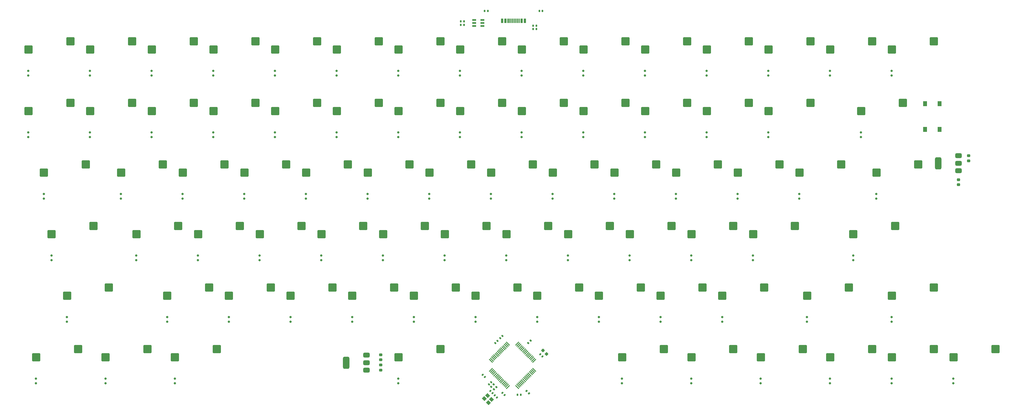
<source format=gbr>
%TF.GenerationSoftware,KiCad,Pcbnew,8.0.3*%
%TF.CreationDate,2024-07-13T16:12:33+02:00*%
%TF.ProjectId,DevKeyboard,4465764b-6579-4626-9f61-72642e6b6963,1.0*%
%TF.SameCoordinates,Original*%
%TF.FileFunction,Paste,Bot*%
%TF.FilePolarity,Positive*%
%FSLAX46Y46*%
G04 Gerber Fmt 4.6, Leading zero omitted, Abs format (unit mm)*
G04 Created by KiCad (PCBNEW 8.0.3) date 2024-07-13 16:12:33*
%MOMM*%
%LPD*%
G01*
G04 APERTURE LIST*
G04 Aperture macros list*
%AMRoundRect*
0 Rectangle with rounded corners*
0 $1 Rounding radius*
0 $2 $3 $4 $5 $6 $7 $8 $9 X,Y pos of 4 corners*
0 Add a 4 corners polygon primitive as box body*
4,1,4,$2,$3,$4,$5,$6,$7,$8,$9,$2,$3,0*
0 Add four circle primitives for the rounded corners*
1,1,$1+$1,$2,$3*
1,1,$1+$1,$4,$5*
1,1,$1+$1,$6,$7*
1,1,$1+$1,$8,$9*
0 Add four rect primitives between the rounded corners*
20,1,$1+$1,$2,$3,$4,$5,0*
20,1,$1+$1,$4,$5,$6,$7,0*
20,1,$1+$1,$6,$7,$8,$9,0*
20,1,$1+$1,$8,$9,$2,$3,0*%
%AMRotRect*
0 Rectangle, with rotation*
0 The origin of the aperture is its center*
0 $1 length*
0 $2 width*
0 $3 Rotation angle, in degrees counterclockwise*
0 Add horizontal line*
21,1,$1,$2,0,0,$3*%
G04 Aperture macros list end*
%ADD10RoundRect,0.250000X-1.025000X-1.000000X1.025000X-1.000000X1.025000X1.000000X-1.025000X1.000000X0*%
%ADD11RoundRect,0.150000X-0.200000X0.150000X-0.200000X-0.150000X0.200000X-0.150000X0.200000X0.150000X0*%
%ADD12RoundRect,0.140000X-0.021213X0.219203X-0.219203X0.021213X0.021213X-0.219203X0.219203X-0.021213X0*%
%ADD13RoundRect,0.140000X0.140000X0.170000X-0.140000X0.170000X-0.140000X-0.170000X0.140000X-0.170000X0*%
%ADD14RoundRect,0.140000X-0.219203X-0.021213X-0.021213X-0.219203X0.219203X0.021213X0.021213X0.219203X0*%
%ADD15RoundRect,0.135000X-0.135000X-0.185000X0.135000X-0.185000X0.135000X0.185000X-0.135000X0.185000X0*%
%ADD16R,1.300000X1.550000*%
%ADD17RotRect,1.475000X0.300000X45.000000*%
%ADD18RotRect,1.475000X0.300000X315.000000*%
%ADD19RoundRect,0.225000X0.250000X-0.225000X0.250000X0.225000X-0.250000X0.225000X-0.250000X-0.225000X0*%
%ADD20RoundRect,0.225000X-0.250000X0.225000X-0.250000X-0.225000X0.250000X-0.225000X0.250000X0.225000X0*%
%ADD21RoundRect,0.225000X0.335876X0.017678X0.017678X0.335876X-0.335876X-0.017678X-0.017678X-0.335876X0*%
%ADD22RoundRect,0.135000X0.135000X0.185000X-0.135000X0.185000X-0.135000X-0.185000X0.135000X-0.185000X0*%
%ADD23RoundRect,0.135000X-0.226274X-0.035355X-0.035355X-0.226274X0.226274X0.035355X0.035355X0.226274X0*%
%ADD24RoundRect,0.375000X0.625000X0.375000X-0.625000X0.375000X-0.625000X-0.375000X0.625000X-0.375000X0*%
%ADD25RoundRect,0.500000X0.500000X1.400000X-0.500000X1.400000X-0.500000X-1.400000X0.500000X-1.400000X0*%
%ADD26RoundRect,0.140000X-0.140000X-0.170000X0.140000X-0.170000X0.140000X0.170000X-0.140000X0.170000X0*%
%ADD27RotRect,1.150000X1.000000X135.000000*%
%ADD28RoundRect,0.140000X0.219203X0.021213X0.021213X0.219203X-0.219203X-0.021213X-0.021213X-0.219203X0*%
%ADD29RoundRect,0.041300X0.563700X0.253700X-0.563700X0.253700X-0.563700X-0.253700X0.563700X-0.253700X0*%
%ADD30RoundRect,0.135000X0.035355X-0.226274X0.226274X-0.035355X-0.035355X0.226274X-0.226274X0.035355X0*%
%ADD31R,0.800000X1.400000*%
%ADD32R,0.300000X1.400000*%
G04 APERTURE END LIST*
D10*
%TO.C,SW215*%
X297003800Y-30480000D03*
X309930800Y-27940000D03*
%TD*%
%TO.C,SW236*%
X154128800Y-68580000D03*
X167055800Y-66040000D03*
%TD*%
%TO.C,SW204*%
X87453800Y-30480000D03*
X100380800Y-27940000D03*
%TD*%
%TO.C,SW279*%
X316053800Y-125730000D03*
X328980800Y-123190000D03*
%TD*%
%TO.C,SW273*%
X144603800Y-125730000D03*
X157530800Y-123190000D03*
%TD*%
%TO.C,SW228*%
X258903800Y-49530000D03*
X271830800Y-46990000D03*
%TD*%
%TO.C,SW242*%
X268428800Y-68580000D03*
X281355800Y-66040000D03*
%TD*%
%TO.C,SW220*%
X106503800Y-49530000D03*
X119430800Y-46990000D03*
%TD*%
%TO.C,SW223*%
X163653800Y-49530000D03*
X176580800Y-46990000D03*
%TD*%
%TO.C,SW257*%
X42210050Y-106680000D03*
X55137050Y-104140000D03*
%TD*%
%TO.C,SW268*%
X270810050Y-106680000D03*
X283737050Y-104140000D03*
%TD*%
%TO.C,SW278*%
X297003800Y-125730000D03*
X309930800Y-123190000D03*
%TD*%
%TO.C,SW254*%
X235091300Y-87630000D03*
X248018300Y-85090000D03*
%TD*%
%TO.C,SW277*%
X277953800Y-125730000D03*
X290880800Y-123190000D03*
%TD*%
%TO.C,SW218*%
X68403800Y-49530000D03*
X81330800Y-46990000D03*
%TD*%
%TO.C,SW251*%
X177941300Y-87630000D03*
X190868300Y-85090000D03*
%TD*%
%TO.C,SW209*%
X182703800Y-30480000D03*
X195630800Y-27940000D03*
%TD*%
%TO.C,SW224*%
X182703800Y-49530000D03*
X195630800Y-46990000D03*
%TD*%
%TO.C,SW256*%
X285097550Y-87630000D03*
X298024550Y-85090000D03*
%TD*%
%TO.C,SW271*%
X54116300Y-125730000D03*
X67043300Y-123190000D03*
%TD*%
%TO.C,SW259*%
X92216300Y-106680000D03*
X105143300Y-104140000D03*
%TD*%
%TO.C,SW241*%
X249378800Y-68580000D03*
X262305800Y-66040000D03*
%TD*%
%TO.C,SW245*%
X63641300Y-87630000D03*
X76568300Y-85090000D03*
%TD*%
%TO.C,SW272*%
X75547550Y-125730000D03*
X88474550Y-123190000D03*
%TD*%
%TO.C,SW214*%
X277953800Y-30480000D03*
X290880800Y-27940000D03*
%TD*%
%TO.C,SW208*%
X163653800Y-30480000D03*
X176580800Y-27940000D03*
%TD*%
%TO.C,SW227*%
X239853800Y-49530000D03*
X252780800Y-46990000D03*
%TD*%
%TO.C,SW225*%
X201753800Y-49530000D03*
X214680800Y-46990000D03*
%TD*%
%TO.C,SW219*%
X87453800Y-49530000D03*
X100380800Y-46990000D03*
%TD*%
%TO.C,SW239*%
X211278800Y-68580000D03*
X224205800Y-66040000D03*
%TD*%
%TO.C,SW210*%
X201753800Y-30480000D03*
X214680800Y-27940000D03*
%TD*%
%TO.C,SW275*%
X235091300Y-125730000D03*
X248018300Y-123190000D03*
%TD*%
%TO.C,SW213*%
X258903800Y-30480000D03*
X271830800Y-27940000D03*
%TD*%
%TO.C,SW261*%
X130316300Y-106680000D03*
X143243300Y-104140000D03*
%TD*%
%TO.C,SW237*%
X173178800Y-68580000D03*
X186105800Y-66040000D03*
%TD*%
%TO.C,SW231*%
X58878800Y-68580000D03*
X71805800Y-66040000D03*
%TD*%
%TO.C,SW252*%
X196991300Y-87630000D03*
X209918300Y-85090000D03*
%TD*%
%TO.C,SW216*%
X30303800Y-49530000D03*
X43230800Y-46990000D03*
%TD*%
%TO.C,SW244*%
X37447550Y-87630000D03*
X50374550Y-85090000D03*
%TD*%
%TO.C,SW270*%
X32685050Y-125730000D03*
X45612050Y-123190000D03*
%TD*%
%TO.C,SW217*%
X49353800Y-49530000D03*
X62280800Y-46990000D03*
%TD*%
%TO.C,SW230*%
X35066300Y-68580000D03*
X47993300Y-66040000D03*
%TD*%
%TO.C,SW248*%
X120791300Y-87630000D03*
X133718300Y-85090000D03*
%TD*%
%TO.C,SW235*%
X135078800Y-68580000D03*
X148005800Y-66040000D03*
%TD*%
%TO.C,SW233*%
X96978800Y-68580000D03*
X109905800Y-66040000D03*
%TD*%
%TO.C,SW234*%
X116028800Y-68580000D03*
X128955800Y-66040000D03*
%TD*%
%TO.C,SW201*%
X30303800Y-30480000D03*
X43230800Y-27940000D03*
%TD*%
%TO.C,SW229*%
X287478800Y-49530000D03*
X300405800Y-46990000D03*
%TD*%
%TO.C,SW253*%
X216041300Y-87630000D03*
X228968300Y-85090000D03*
%TD*%
%TO.C,SW274*%
X213660050Y-125730000D03*
X226587050Y-123190000D03*
%TD*%
%TO.C,SW232*%
X77928800Y-68580000D03*
X90855800Y-66040000D03*
%TD*%
%TO.C,SW258*%
X73166300Y-106680000D03*
X86093300Y-104140000D03*
%TD*%
%TO.C,SW226*%
X220803800Y-49530000D03*
X233730800Y-46990000D03*
%TD*%
%TO.C,SW207*%
X144603800Y-30480000D03*
X157530800Y-27940000D03*
%TD*%
%TO.C,SW205*%
X106503800Y-30480000D03*
X119430800Y-27940000D03*
%TD*%
%TO.C,SW202*%
X49353800Y-30480000D03*
X62280800Y-27940000D03*
%TD*%
%TO.C,SW267*%
X244616300Y-106680000D03*
X257543300Y-104140000D03*
%TD*%
%TO.C,SW269*%
X297003800Y-106680000D03*
X309930800Y-104140000D03*
%TD*%
%TO.C,SW212*%
X239853800Y-30480000D03*
X252780800Y-27940000D03*
%TD*%
%TO.C,SW211*%
X220803800Y-30480000D03*
X233730800Y-27940000D03*
%TD*%
%TO.C,SW262*%
X149366300Y-106680000D03*
X162293300Y-104140000D03*
%TD*%
%TO.C,SW222*%
X144603800Y-49530000D03*
X157530800Y-46990000D03*
%TD*%
%TO.C,SW243*%
X292241300Y-68580000D03*
X305168300Y-66040000D03*
%TD*%
%TO.C,SW249*%
X139841300Y-87630000D03*
X152768300Y-85090000D03*
%TD*%
%TO.C,SW246*%
X82691300Y-87630000D03*
X95618300Y-85090000D03*
%TD*%
%TO.C,SW276*%
X256522550Y-125730000D03*
X269449550Y-123190000D03*
%TD*%
%TO.C,SW265*%
X206516300Y-106680000D03*
X219443300Y-104140000D03*
%TD*%
%TO.C,SW260*%
X111266300Y-106680000D03*
X124193300Y-104140000D03*
%TD*%
%TO.C,SW247*%
X101741300Y-87630000D03*
X114668300Y-85090000D03*
%TD*%
%TO.C,SW263*%
X168416300Y-106680000D03*
X181343300Y-104140000D03*
%TD*%
%TO.C,SW240*%
X230328800Y-68580000D03*
X243255800Y-66040000D03*
%TD*%
%TO.C,SW206*%
X125553800Y-30480000D03*
X138480800Y-27940000D03*
%TD*%
%TO.C,SW250*%
X158891300Y-87630000D03*
X171818300Y-85090000D03*
%TD*%
%TO.C,SW255*%
X254141300Y-87630000D03*
X267068300Y-85090000D03*
%TD*%
%TO.C,SW238*%
X192228800Y-68580000D03*
X205155800Y-66040000D03*
%TD*%
%TO.C,SW264*%
X187466300Y-106680000D03*
X200393300Y-104140000D03*
%TD*%
%TO.C,SW203*%
X68403800Y-30480000D03*
X81330800Y-27940000D03*
%TD*%
%TO.C,SW221*%
X125553800Y-49530000D03*
X138480800Y-46990000D03*
%TD*%
%TO.C,SW266*%
X225566300Y-106680000D03*
X238493300Y-104140000D03*
%TD*%
D11*
%TO.C,D263*%
X168357550Y-114682500D03*
X168357550Y-113282500D03*
%TD*%
D12*
%TO.C,C307*%
X173211811Y-133467789D03*
X172532989Y-134146611D03*
%TD*%
D11*
%TO.C,D246*%
X82632550Y-95632500D03*
X82632550Y-94232500D03*
%TD*%
%TO.C,D225*%
X201695050Y-57532500D03*
X201695050Y-56132500D03*
%TD*%
%TO.C,D226*%
X220745050Y-57532500D03*
X220745050Y-56132500D03*
%TD*%
%TO.C,D220*%
X106445050Y-57532500D03*
X106445050Y-56132500D03*
%TD*%
D13*
%TO.C,C314*%
X189075000Y-18542000D03*
X188115000Y-18542000D03*
%TD*%
D11*
%TO.C,D227*%
X239795050Y-57532500D03*
X239795050Y-56132500D03*
%TD*%
D14*
%TO.C,C301*%
X176698589Y-136693589D03*
X177377411Y-137372411D03*
%TD*%
D11*
%TO.C,D224*%
X182645050Y-57532500D03*
X182645050Y-56132500D03*
%TD*%
%TO.C,D257*%
X42151300Y-114682500D03*
X42151300Y-113282500D03*
%TD*%
%TO.C,D237*%
X173120050Y-76582500D03*
X173120050Y-75182500D03*
%TD*%
%TO.C,D265*%
X206457550Y-114682500D03*
X206457550Y-113282500D03*
%TD*%
D12*
%TO.C,C310*%
X176729711Y-119104089D03*
X176050889Y-119782911D03*
%TD*%
D11*
%TO.C,D217*%
X49295050Y-57532500D03*
X49295050Y-56132500D03*
%TD*%
%TO.C,D277*%
X277895050Y-133732500D03*
X277895050Y-132332500D03*
%TD*%
%TO.C,D252*%
X196932550Y-95632500D03*
X196932550Y-94232500D03*
%TD*%
%TO.C,D260*%
X111207550Y-114682500D03*
X111207550Y-113282500D03*
%TD*%
%TO.C,D253*%
X215982550Y-95632500D03*
X215982550Y-94232500D03*
%TD*%
%TO.C,D251*%
X177882550Y-95632500D03*
X177882550Y-94232500D03*
%TD*%
%TO.C,D279*%
X315995050Y-133732500D03*
X315995050Y-132332500D03*
%TD*%
%TO.C,D211*%
X220745050Y-38482500D03*
X220745050Y-37082500D03*
%TD*%
D15*
%TO.C,R301*%
X186180001Y-23114000D03*
X187199999Y-23114000D03*
%TD*%
D11*
%TO.C,D249*%
X139782550Y-95632500D03*
X139782550Y-94232500D03*
%TD*%
D16*
%TO.C,SW301*%
X307276000Y-47206000D03*
X307276000Y-55156000D03*
X311776000Y-47206000D03*
X311776000Y-55156000D03*
%TD*%
D11*
%TO.C,D223*%
X163595050Y-57532500D03*
X163595050Y-56132500D03*
%TD*%
D17*
%TO.C,IC301*%
X178413572Y-134915529D03*
X178060018Y-134561976D03*
X177706465Y-134208422D03*
X177352912Y-133854869D03*
X176999358Y-133501316D03*
X176645805Y-133147762D03*
X176292251Y-132794209D03*
X175938698Y-132440655D03*
X175585145Y-132087102D03*
X175231591Y-131733549D03*
X174878038Y-131379995D03*
X174524484Y-131026442D03*
X174170931Y-130672888D03*
X173817378Y-130319335D03*
X173463824Y-129965782D03*
X173110271Y-129612228D03*
D18*
X173110271Y-126800772D03*
X173463824Y-126447218D03*
X173817378Y-126093665D03*
X174170931Y-125740112D03*
X174524484Y-125386558D03*
X174878038Y-125033005D03*
X175231591Y-124679451D03*
X175585145Y-124325898D03*
X175938698Y-123972345D03*
X176292251Y-123618791D03*
X176645805Y-123265238D03*
X176999358Y-122911684D03*
X177352912Y-122558131D03*
X177706465Y-122204578D03*
X178060018Y-121851024D03*
X178413572Y-121497471D03*
D17*
X181225028Y-121497471D03*
X181578582Y-121851024D03*
X181932135Y-122204578D03*
X182285688Y-122558131D03*
X182639242Y-122911684D03*
X182992795Y-123265238D03*
X183346349Y-123618791D03*
X183699902Y-123972345D03*
X184053455Y-124325898D03*
X184407009Y-124679451D03*
X184760562Y-125033005D03*
X185114116Y-125386558D03*
X185467669Y-125740112D03*
X185821222Y-126093665D03*
X186174776Y-126447218D03*
X186528329Y-126800772D03*
D18*
X186528329Y-129612228D03*
X186174776Y-129965782D03*
X185821222Y-130319335D03*
X185467669Y-130672888D03*
X185114116Y-131026442D03*
X184760562Y-131379995D03*
X184407009Y-131733549D03*
X184053455Y-132087102D03*
X183699902Y-132440655D03*
X183346349Y-132794209D03*
X182992795Y-133147762D03*
X182639242Y-133501316D03*
X182285688Y-133854869D03*
X181932135Y-134208422D03*
X181578582Y-134561976D03*
X181225028Y-134915529D03*
%TD*%
D11*
%TO.C,D254*%
X235032550Y-95632500D03*
X235032550Y-94232500D03*
%TD*%
%TO.C,D208*%
X163595050Y-38482500D03*
X163595050Y-37082500D03*
%TD*%
%TO.C,D221*%
X125495050Y-57532500D03*
X125495050Y-56132500D03*
%TD*%
%TO.C,D272*%
X75488800Y-133732500D03*
X75488800Y-132332500D03*
%TD*%
%TO.C,D271*%
X54057550Y-133732500D03*
X54057550Y-132332500D03*
%TD*%
%TO.C,D209*%
X182645050Y-38482500D03*
X182645050Y-37082500D03*
%TD*%
D19*
%TO.C,C402*%
X139065000Y-129680000D03*
X139065000Y-128130000D03*
%TD*%
D11*
%TO.C,D204*%
X87395050Y-38482500D03*
X87395050Y-37082500D03*
%TD*%
D20*
%TO.C,C403*%
X320675000Y-63360000D03*
X320675000Y-64910000D03*
%TD*%
D21*
%TO.C,C305*%
X190286008Y-124703208D03*
X189189992Y-123607192D03*
%TD*%
D11*
%TO.C,D201*%
X30245050Y-38482500D03*
X30245050Y-37082500D03*
%TD*%
%TO.C,D238*%
X192170050Y-76582500D03*
X192170050Y-75182500D03*
%TD*%
%TO.C,D244*%
X37388800Y-95632500D03*
X37388800Y-94232500D03*
%TD*%
D22*
%TO.C,R311*%
X164848000Y-21742400D03*
X163828000Y-21742400D03*
%TD*%
D11*
%TO.C,D233*%
X96920050Y-76582500D03*
X96920050Y-75182500D03*
%TD*%
%TO.C,D245*%
X63582550Y-95632500D03*
X63582550Y-94232500D03*
%TD*%
%TO.C,D230*%
X35007550Y-76582500D03*
X35007550Y-75182500D03*
%TD*%
D23*
%TO.C,R303*%
X184170376Y-136164376D03*
X184891624Y-136885624D03*
%TD*%
D11*
%TO.C,D205*%
X106445050Y-38482500D03*
X106445050Y-37082500D03*
%TD*%
%TO.C,D247*%
X101682550Y-95632500D03*
X101682550Y-94232500D03*
%TD*%
%TO.C,D206*%
X125495050Y-38482500D03*
X125495050Y-37082500D03*
%TD*%
%TO.C,D278*%
X296945050Y-133732500D03*
X296945050Y-132332500D03*
%TD*%
%TO.C,D250*%
X158832550Y-95632500D03*
X158832550Y-94232500D03*
%TD*%
D12*
%TO.C,C304*%
X175193011Y-120615389D03*
X174514189Y-121294211D03*
%TD*%
D11*
%TO.C,D273*%
X144545050Y-133732500D03*
X144545050Y-132332500D03*
%TD*%
%TO.C,D248*%
X120732550Y-95632500D03*
X120732550Y-94232500D03*
%TD*%
%TO.C,D241*%
X249320050Y-76582500D03*
X249320050Y-75182500D03*
%TD*%
%TO.C,D235*%
X135020050Y-76582500D03*
X135020050Y-75182500D03*
%TD*%
%TO.C,D269*%
X296945050Y-114682500D03*
X296945050Y-113282500D03*
%TD*%
%TO.C,D219*%
X87395050Y-57532500D03*
X87395050Y-56132500D03*
%TD*%
%TO.C,D232*%
X77870050Y-76582500D03*
X77870050Y-75182500D03*
%TD*%
%TO.C,D243*%
X292182550Y-76582500D03*
X292182550Y-75182500D03*
%TD*%
%TO.C,D261*%
X130257550Y-114682500D03*
X130257550Y-113282500D03*
%TD*%
%TO.C,D258*%
X73107550Y-114682500D03*
X73107550Y-113282500D03*
%TD*%
%TO.C,D214*%
X277863300Y-38482500D03*
X277863300Y-37082500D03*
%TD*%
%TO.C,D240*%
X230270050Y-76582500D03*
X230270050Y-75182500D03*
%TD*%
D24*
%TO.C,U401*%
X134722000Y-125081000D03*
X134721999Y-127381000D03*
X134722000Y-129681000D03*
D25*
X128422001Y-127381000D03*
%TD*%
D11*
%TO.C,D255*%
X254082550Y-95632500D03*
X254082550Y-94232500D03*
%TD*%
%TO.C,D276*%
X256463800Y-133732500D03*
X256463800Y-132332500D03*
%TD*%
%TO.C,D262*%
X149307550Y-114682500D03*
X149307550Y-113282500D03*
%TD*%
%TO.C,D274*%
X213601300Y-133732500D03*
X213601300Y-132332500D03*
%TD*%
%TO.C,D234*%
X115970050Y-76582500D03*
X115970050Y-75182500D03*
%TD*%
%TO.C,D270*%
X32626300Y-133732500D03*
X32626300Y-132332500D03*
%TD*%
%TO.C,D275*%
X235032550Y-133732500D03*
X235032550Y-132332500D03*
%TD*%
D26*
%TO.C,C302*%
X181384000Y-137287000D03*
X182344000Y-137287000D03*
%TD*%
D24*
%TO.C,U402*%
X317602000Y-63359000D03*
X317602000Y-65659000D03*
X317602000Y-67959000D03*
D25*
X311302000Y-65659000D03*
%TD*%
D11*
%TO.C,D231*%
X58820050Y-76582500D03*
X58820050Y-75182500D03*
%TD*%
%TO.C,D268*%
X270751300Y-114682500D03*
X270751300Y-113282500D03*
%TD*%
%TO.C,D216*%
X30245050Y-57532500D03*
X30245050Y-56132500D03*
%TD*%
%TO.C,D242*%
X268370050Y-76582500D03*
X268370050Y-75182500D03*
%TD*%
%TO.C,D239*%
X211220050Y-76582500D03*
X211220050Y-75182500D03*
%TD*%
%TO.C,D229*%
X287420050Y-57532500D03*
X287420050Y-56132500D03*
%TD*%
D27*
%TO.C,Y301*%
X172332488Y-139768386D03*
X171095051Y-138530949D03*
X172085000Y-137541000D03*
X173322437Y-138778437D03*
%TD*%
D28*
%TO.C,C303*%
X189048711Y-125497911D03*
X188369889Y-124819089D03*
%TD*%
D20*
%TO.C,C404*%
X317601600Y-70751400D03*
X317601600Y-72301400D03*
%TD*%
D11*
%TO.C,D222*%
X144545050Y-57532500D03*
X144545050Y-56132500D03*
%TD*%
D14*
%TO.C,C311*%
X170589889Y-131169089D03*
X171268711Y-131847911D03*
%TD*%
D11*
%TO.C,D267*%
X244557550Y-114682500D03*
X244557550Y-113282500D03*
%TD*%
D20*
%TO.C,C401*%
X139065000Y-124955000D03*
X139065000Y-126505000D03*
%TD*%
D29*
%TO.C,U301*%
X170505600Y-21300400D03*
X170505600Y-22250400D03*
X170505600Y-23200400D03*
X167995600Y-23200400D03*
X167995600Y-22250400D03*
X167995600Y-21300400D03*
%TD*%
D11*
%TO.C,D259*%
X92157550Y-114682500D03*
X92157550Y-113282500D03*
%TD*%
%TO.C,D264*%
X187407550Y-114682500D03*
X187407550Y-113282500D03*
%TD*%
%TO.C,D213*%
X258845050Y-38482500D03*
X258845050Y-37082500D03*
%TD*%
D30*
%TO.C,R305*%
X174083320Y-135662517D03*
X174804568Y-134941269D03*
%TD*%
D11*
%TO.C,D215*%
X296945050Y-38482500D03*
X296945050Y-37082500D03*
%TD*%
%TO.C,D210*%
X201695050Y-38482500D03*
X201695050Y-37082500D03*
%TD*%
D26*
%TO.C,C306*%
X171224000Y-18542000D03*
X172184000Y-18542000D03*
%TD*%
D11*
%TO.C,D236*%
X154070050Y-76582500D03*
X154070050Y-75182500D03*
%TD*%
%TO.C,D207*%
X144545050Y-38482500D03*
X144545050Y-37082500D03*
%TD*%
D30*
%TO.C,R310*%
X184658000Y-121285000D03*
X185379248Y-120563752D03*
%TD*%
D11*
%TO.C,D228*%
X258845050Y-57532500D03*
X258845050Y-56132500D03*
%TD*%
D14*
%TO.C,C308*%
X174307733Y-137502482D03*
X174986555Y-138181304D03*
%TD*%
D11*
%TO.C,D212*%
X239795050Y-38482500D03*
X239795050Y-37082500D03*
%TD*%
D15*
%TO.C,R302*%
X186180001Y-24130000D03*
X187199999Y-24130000D03*
%TD*%
D11*
%TO.C,D266*%
X225507550Y-114682500D03*
X225507550Y-113282500D03*
%TD*%
D31*
%TO.C,J301*%
X176600000Y-21600000D03*
X177600000Y-21600000D03*
D32*
X178850000Y-21600000D03*
X179850000Y-21600000D03*
X180350000Y-21600000D03*
X181350000Y-21600000D03*
D31*
X182600000Y-21600000D03*
X183600000Y-21600000D03*
D32*
X181850000Y-21600000D03*
X180850000Y-21600000D03*
X179350000Y-21600000D03*
X178350000Y-21600000D03*
%TD*%
D22*
%TO.C,R312*%
X164848000Y-22885400D03*
X163828000Y-22885400D03*
%TD*%
D30*
%TO.C,R304*%
X173248376Y-134853624D03*
X173969624Y-134132376D03*
%TD*%
D11*
%TO.C,D202*%
X49295050Y-38482500D03*
X49295050Y-37082500D03*
%TD*%
%TO.C,D218*%
X68345050Y-57532500D03*
X68345050Y-56132500D03*
%TD*%
%TO.C,D256*%
X285038800Y-95632500D03*
X285038800Y-94232500D03*
%TD*%
%TO.C,D203*%
X68345050Y-38482500D03*
X68345050Y-37082500D03*
%TD*%
D14*
%TO.C,C309*%
X172936133Y-136130882D03*
X173614955Y-136809704D03*
%TD*%
M02*

</source>
